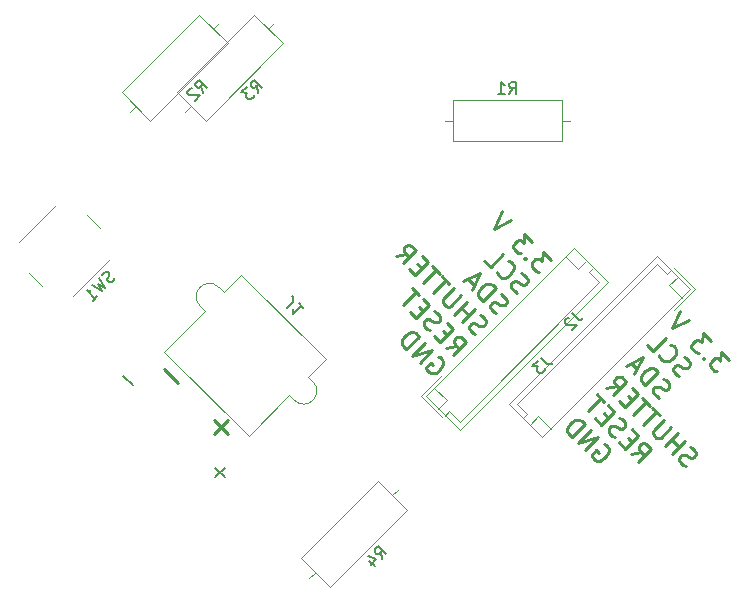
<source format=gbr>
%TF.GenerationSoftware,KiCad,Pcbnew,(6.0.1-0)*%
%TF.CreationDate,2022-09-26T15:58:14+02:00*%
%TF.ProjectId,wifi_camera,77696669-5f63-4616-9d65-72612e6b6963,rev?*%
%TF.SameCoordinates,Original*%
%TF.FileFunction,Legend,Bot*%
%TF.FilePolarity,Positive*%
%FSLAX46Y46*%
G04 Gerber Fmt 4.6, Leading zero omitted, Abs format (unit mm)*
G04 Created by KiCad (PCBNEW (6.0.1-0)) date 2022-09-26 15:58:14*
%MOMM*%
%LPD*%
G01*
G04 APERTURE LIST*
%ADD10C,0.275000*%
%ADD11C,0.150000*%
%ADD12C,0.120000*%
G04 APERTURE END LIST*
D10*
X73386830Y-107034726D02*
X72201585Y-105849480D01*
X72201585Y-107034726D02*
X73386830Y-105849480D01*
X69090315Y-102738211D02*
X67905069Y-101552965D01*
X115765544Y-100742222D02*
X115087058Y-100063736D01*
X115034867Y-100846605D01*
X114878294Y-100690031D01*
X114721720Y-100637840D01*
X114617337Y-100637840D01*
X114460764Y-100690031D01*
X114199808Y-100950987D01*
X114147617Y-101107561D01*
X114147617Y-101211943D01*
X114199808Y-101368517D01*
X114512955Y-101681664D01*
X114669529Y-101733855D01*
X114773911Y-101733855D01*
X113625704Y-100585649D02*
X113521322Y-100585649D01*
X113521322Y-100690031D01*
X113625704Y-100690031D01*
X113625704Y-100585649D01*
X113521322Y-100690031D01*
X114199808Y-99176486D02*
X113521322Y-98498000D01*
X113469131Y-99280868D01*
X113312557Y-99124295D01*
X113155983Y-99072103D01*
X113051601Y-99072103D01*
X112895027Y-99124295D01*
X112634071Y-99385251D01*
X112581880Y-99541824D01*
X112581880Y-99646207D01*
X112634071Y-99802780D01*
X112947219Y-100115928D01*
X113103792Y-100168119D01*
X113208175Y-100168119D01*
X112373115Y-97349793D02*
X110911761Y-98080470D01*
X111642438Y-96619116D01*
X111547972Y-102141469D02*
X111339207Y-102037086D01*
X111078251Y-101776130D01*
X111026060Y-101619557D01*
X111026060Y-101515174D01*
X111078251Y-101358601D01*
X111182634Y-101254218D01*
X111339207Y-101202027D01*
X111443590Y-101202027D01*
X111600163Y-101254218D01*
X111861119Y-101410792D01*
X112017693Y-101462983D01*
X112122075Y-101462983D01*
X112278649Y-101410792D01*
X112383032Y-101306409D01*
X112435223Y-101149836D01*
X112435223Y-101045453D01*
X112383032Y-100888880D01*
X112122075Y-100627924D01*
X111913311Y-100523541D01*
X109877853Y-100366967D02*
X109877853Y-100471350D01*
X109982236Y-100680115D01*
X110086618Y-100784497D01*
X110295383Y-100888880D01*
X110504148Y-100888880D01*
X110660721Y-100836688D01*
X110921678Y-100680115D01*
X111078251Y-100523541D01*
X111234825Y-100262585D01*
X111287016Y-100106011D01*
X111287016Y-99897247D01*
X111182634Y-99688482D01*
X111078251Y-99584099D01*
X110869486Y-99479717D01*
X110765104Y-99479717D01*
X108781838Y-99479717D02*
X109303750Y-100001629D01*
X110399765Y-98905613D01*
X109835578Y-103958245D02*
X109626813Y-103853863D01*
X109365857Y-103592906D01*
X109313666Y-103436333D01*
X109313666Y-103331950D01*
X109365857Y-103175377D01*
X109470240Y-103070994D01*
X109626813Y-103018803D01*
X109731196Y-103018803D01*
X109887770Y-103070994D01*
X110148726Y-103227568D01*
X110305299Y-103279759D01*
X110409682Y-103279759D01*
X110566255Y-103227568D01*
X110670638Y-103123186D01*
X110722829Y-102966612D01*
X110722829Y-102862229D01*
X110670638Y-102705656D01*
X110409682Y-102444700D01*
X110200917Y-102340317D01*
X108687372Y-102914421D02*
X109783387Y-101818405D01*
X109522431Y-101557449D01*
X109313666Y-101453067D01*
X109104901Y-101453067D01*
X108948328Y-101505258D01*
X108687372Y-101661832D01*
X108530798Y-101818405D01*
X108374224Y-102079361D01*
X108322033Y-102235935D01*
X108322033Y-102444700D01*
X108426416Y-102653465D01*
X108687372Y-102914421D01*
X107956695Y-101557449D02*
X107434782Y-101035537D01*
X107747930Y-101974979D02*
X108478607Y-100513625D01*
X107017253Y-101244302D01*
X112089717Y-109741554D02*
X111880952Y-109637171D01*
X111619996Y-109376215D01*
X111567805Y-109219641D01*
X111567805Y-109115259D01*
X111619996Y-108958685D01*
X111724378Y-108854303D01*
X111880952Y-108802112D01*
X111985334Y-108802112D01*
X112141908Y-108854303D01*
X112402864Y-109010877D01*
X112559438Y-109063068D01*
X112663820Y-109063068D01*
X112820394Y-109010877D01*
X112924776Y-108906494D01*
X112976968Y-108749920D01*
X112976968Y-108645538D01*
X112924776Y-108488964D01*
X112663820Y-108228008D01*
X112455055Y-108123626D01*
X110941510Y-108697729D02*
X112037526Y-107601714D01*
X111515614Y-108123626D02*
X110889319Y-107497331D01*
X110315216Y-108071435D02*
X111411231Y-106975419D01*
X110889319Y-106453507D02*
X110002068Y-107340758D01*
X109845495Y-107392949D01*
X109741112Y-107392949D01*
X109584539Y-107340758D01*
X109375774Y-107131993D01*
X109323582Y-106975419D01*
X109323582Y-106871037D01*
X109375774Y-106714463D01*
X110263024Y-105827212D01*
X109897686Y-105461874D02*
X109271391Y-104835579D01*
X108488523Y-106244742D02*
X109584539Y-105148727D01*
X109062626Y-104626814D02*
X108436332Y-104000520D01*
X107653464Y-105409683D02*
X108749479Y-104313667D01*
X107549081Y-104157094D02*
X107183743Y-103791755D01*
X106453066Y-104209285D02*
X106974978Y-104731197D01*
X108070993Y-103635181D01*
X107549081Y-103113269D01*
X105357050Y-103113269D02*
X106244301Y-102956696D01*
X105983345Y-103739564D02*
X107079360Y-102643548D01*
X106661831Y-102226019D01*
X106505257Y-102173827D01*
X106400874Y-102173827D01*
X106244301Y-102226019D01*
X106087727Y-102382592D01*
X106035536Y-102539166D01*
X106035536Y-102643548D01*
X106087727Y-102800122D01*
X106505257Y-103217652D01*
X107454615Y-108740004D02*
X108341866Y-108583430D01*
X108080910Y-109366299D02*
X109176925Y-108270283D01*
X108759395Y-107852753D01*
X108602822Y-107800562D01*
X108498439Y-107800562D01*
X108341866Y-107852753D01*
X108185292Y-108009327D01*
X108133101Y-108165901D01*
X108133101Y-108270283D01*
X108185292Y-108426857D01*
X108602822Y-108844387D01*
X107558997Y-107696180D02*
X107193659Y-107330841D01*
X106462982Y-107748371D02*
X106984894Y-108270283D01*
X108080910Y-107174268D01*
X107558997Y-106652356D01*
X106097643Y-107278650D02*
X105888879Y-107174268D01*
X105627923Y-106913312D01*
X105575731Y-106756738D01*
X105575731Y-106652356D01*
X105627923Y-106495782D01*
X105732305Y-106391399D01*
X105888879Y-106339208D01*
X105993261Y-106339208D01*
X106149835Y-106391399D01*
X106410791Y-106547973D01*
X106567364Y-106600164D01*
X106671747Y-106600164D01*
X106828320Y-106547973D01*
X106932703Y-106443591D01*
X106984894Y-106287017D01*
X106984894Y-106182635D01*
X106932703Y-106026061D01*
X106671747Y-105765105D01*
X106462982Y-105660722D01*
X105523540Y-105660722D02*
X105158202Y-105295384D01*
X104427525Y-105712914D02*
X104949437Y-106234826D01*
X106045452Y-105138810D01*
X105523540Y-104616898D01*
X105210393Y-104303751D02*
X104584098Y-103677456D01*
X103801230Y-105086619D02*
X104897246Y-103990604D01*
X105168118Y-107895028D02*
X105324692Y-107947220D01*
X105481265Y-108103793D01*
X105585648Y-108312558D01*
X105585648Y-108521323D01*
X105533456Y-108677897D01*
X105376883Y-108938853D01*
X105220309Y-109095426D01*
X104959353Y-109252000D01*
X104802779Y-109304191D01*
X104594015Y-109304191D01*
X104385250Y-109199809D01*
X104280867Y-109095426D01*
X104176485Y-108886661D01*
X104176485Y-108782279D01*
X104541823Y-108416941D01*
X104750588Y-108625705D01*
X103602381Y-108416941D02*
X104698397Y-107320925D01*
X102976087Y-107790646D01*
X104072102Y-106694630D01*
X102454175Y-107268734D02*
X103550190Y-106172718D01*
X103289234Y-105911762D01*
X103080469Y-105807380D01*
X102871704Y-105807380D01*
X102715131Y-105859571D01*
X102454175Y-106016145D01*
X102297601Y-106172718D01*
X102141027Y-106433674D01*
X102088836Y-106590248D01*
X102088836Y-106799013D01*
X102193219Y-107007778D01*
X102454175Y-107268734D01*
X100678691Y-92305370D02*
X100000206Y-91626884D01*
X99948014Y-92409752D01*
X99791441Y-92253178D01*
X99634867Y-92200987D01*
X99530485Y-92200987D01*
X99373911Y-92253178D01*
X99112955Y-92514134D01*
X99060764Y-92670708D01*
X99060764Y-92775090D01*
X99112955Y-92931664D01*
X99426102Y-93244811D01*
X99582676Y-93297003D01*
X99687058Y-93297003D01*
X98538852Y-92148796D02*
X98434469Y-92148796D01*
X98434469Y-92253178D01*
X98538852Y-92253178D01*
X98538852Y-92148796D01*
X98434469Y-92253178D01*
X99112955Y-90739633D02*
X98434469Y-90061147D01*
X98382278Y-90844016D01*
X98225704Y-90687442D01*
X98069131Y-90635251D01*
X97964748Y-90635251D01*
X97808175Y-90687442D01*
X97547219Y-90948398D01*
X97495027Y-91104972D01*
X97495027Y-91209354D01*
X97547219Y-91365928D01*
X97860366Y-91679075D01*
X98016940Y-91731266D01*
X98121322Y-91731266D01*
X97286263Y-88912941D02*
X95824909Y-89643618D01*
X96555586Y-88182264D01*
X97818091Y-95061588D02*
X97609326Y-94957205D01*
X97348370Y-94696249D01*
X97296179Y-94539675D01*
X97296179Y-94435293D01*
X97348370Y-94278719D01*
X97452752Y-94174337D01*
X97609326Y-94122146D01*
X97713709Y-94122146D01*
X97870282Y-94174337D01*
X98131238Y-94330911D01*
X98287812Y-94383102D01*
X98392194Y-94383102D01*
X98548768Y-94330911D01*
X98653150Y-94226528D01*
X98705342Y-94069955D01*
X98705342Y-93965572D01*
X98653150Y-93808998D01*
X98392194Y-93548042D01*
X98183429Y-93443660D01*
X96147972Y-93287086D02*
X96147972Y-93391469D01*
X96252355Y-93600234D01*
X96356737Y-93704616D01*
X96565502Y-93808998D01*
X96774267Y-93808998D01*
X96930840Y-93756807D01*
X97191796Y-93600234D01*
X97348370Y-93443660D01*
X97504944Y-93182704D01*
X97557135Y-93026130D01*
X97557135Y-92817365D01*
X97452752Y-92608601D01*
X97348370Y-92504218D01*
X97139605Y-92399836D01*
X97035223Y-92399836D01*
X95051957Y-92399836D02*
X95573869Y-92921748D01*
X96669884Y-91825732D01*
X96053506Y-96826173D02*
X95844741Y-96721790D01*
X95583785Y-96460834D01*
X95531594Y-96304260D01*
X95531594Y-96199878D01*
X95583785Y-96043304D01*
X95688167Y-95938922D01*
X95844741Y-95886731D01*
X95949124Y-95886731D01*
X96105697Y-95938922D01*
X96366653Y-96095496D01*
X96523227Y-96147687D01*
X96627609Y-96147687D01*
X96784183Y-96095496D01*
X96888565Y-95991113D01*
X96940757Y-95834540D01*
X96940757Y-95730157D01*
X96888565Y-95573583D01*
X96627609Y-95312627D01*
X96418844Y-95208245D01*
X94905299Y-95782348D02*
X96001315Y-94686333D01*
X95740359Y-94425377D01*
X95531594Y-94320994D01*
X95322829Y-94320994D01*
X95166255Y-94373186D01*
X94905299Y-94529759D01*
X94748726Y-94686333D01*
X94592152Y-94947289D01*
X94539961Y-95103863D01*
X94539961Y-95312627D01*
X94644343Y-95521392D01*
X94905299Y-95782348D01*
X94174622Y-94425377D02*
X93652710Y-93903465D01*
X93965857Y-94842906D02*
X94696534Y-93381552D01*
X93235180Y-94112229D01*
X94288921Y-98590758D02*
X94080156Y-98486375D01*
X93819200Y-98225419D01*
X93767009Y-98068845D01*
X93767009Y-97964463D01*
X93819200Y-97807889D01*
X93923582Y-97703507D01*
X94080156Y-97651316D01*
X94184539Y-97651316D01*
X94341112Y-97703507D01*
X94602068Y-97860081D01*
X94758642Y-97912272D01*
X94863024Y-97912272D01*
X95019598Y-97860081D01*
X95123980Y-97755698D01*
X95176172Y-97599125D01*
X95176172Y-97494742D01*
X95123980Y-97338168D01*
X94863024Y-97077212D01*
X94654259Y-96972830D01*
X93140714Y-97546933D02*
X94236730Y-96450918D01*
X93714818Y-96972830D02*
X93088523Y-96346535D01*
X92514420Y-96920639D02*
X93610435Y-95824623D01*
X93088523Y-95302711D02*
X92201272Y-96189962D01*
X92044699Y-96242153D01*
X91940316Y-96242153D01*
X91783743Y-96189962D01*
X91574978Y-95981197D01*
X91522787Y-95824623D01*
X91522787Y-95720241D01*
X91574978Y-95563667D01*
X92462228Y-94676417D01*
X92096890Y-94311078D02*
X91470595Y-93684783D01*
X90687727Y-95093946D02*
X91783743Y-93997931D01*
X91261831Y-93476019D02*
X90635536Y-92849724D01*
X89852668Y-94258887D02*
X90948683Y-93162871D01*
X89748285Y-93006298D02*
X89382947Y-92640959D01*
X88652270Y-93058489D02*
X89174182Y-93580401D01*
X90270197Y-92484385D01*
X89748285Y-91962473D01*
X87556254Y-91962473D02*
X88443505Y-91805900D01*
X88182549Y-92588768D02*
X89278564Y-91492752D01*
X88861035Y-91075223D01*
X88704461Y-91023031D01*
X88600079Y-91023031D01*
X88443505Y-91075223D01*
X88286931Y-91231796D01*
X88234740Y-91388370D01*
X88234740Y-91492752D01*
X88286931Y-91649326D01*
X88704461Y-92066856D01*
X91793659Y-99729048D02*
X92680910Y-99572474D01*
X92419954Y-100355343D02*
X93515969Y-99259327D01*
X93098439Y-98841797D01*
X92941866Y-98789606D01*
X92837483Y-98789606D01*
X92680910Y-98841797D01*
X92524336Y-98998371D01*
X92472145Y-99154945D01*
X92472145Y-99259327D01*
X92524336Y-99415901D01*
X92941866Y-99833430D01*
X91898041Y-98685224D02*
X91532703Y-98319885D01*
X90802026Y-98737415D02*
X91323938Y-99259327D01*
X92419954Y-98163312D01*
X91898041Y-97641399D01*
X90436687Y-98267694D02*
X90227923Y-98163312D01*
X89966966Y-97902356D01*
X89914775Y-97745782D01*
X89914775Y-97641399D01*
X89966966Y-97484826D01*
X90071349Y-97380443D01*
X90227923Y-97328252D01*
X90332305Y-97328252D01*
X90488879Y-97380443D01*
X90749835Y-97537017D01*
X90906408Y-97589208D01*
X91010791Y-97589208D01*
X91167364Y-97537017D01*
X91271747Y-97432635D01*
X91323938Y-97276061D01*
X91323938Y-97171679D01*
X91271747Y-97015105D01*
X91010791Y-96754149D01*
X90802026Y-96649766D01*
X89862584Y-96649766D02*
X89497246Y-96284428D01*
X88766569Y-96701958D02*
X89288481Y-97223870D01*
X90384496Y-96127854D01*
X89862584Y-95605942D01*
X89549437Y-95292795D02*
X88923142Y-94666500D01*
X88140274Y-96075663D02*
X89236289Y-94979648D01*
X91125089Y-100502000D02*
X91281663Y-100554191D01*
X91438237Y-100710765D01*
X91542619Y-100919530D01*
X91542619Y-101128295D01*
X91490428Y-101284868D01*
X91333854Y-101545824D01*
X91177281Y-101702398D01*
X90916325Y-101858972D01*
X90759751Y-101911163D01*
X90550986Y-101911163D01*
X90342221Y-101806780D01*
X90237839Y-101702398D01*
X90133456Y-101493633D01*
X90133456Y-101389251D01*
X90498795Y-101023912D01*
X90707560Y-101232677D01*
X89559353Y-101023912D02*
X90655369Y-99927897D01*
X88933058Y-100397618D01*
X90029074Y-99301602D01*
X88411146Y-99875705D02*
X89507162Y-98779690D01*
X89246206Y-98518734D01*
X89037441Y-98414351D01*
X88828676Y-98414351D01*
X88672102Y-98466543D01*
X88411146Y-98623116D01*
X88254573Y-98779690D01*
X88097999Y-99040646D01*
X88045808Y-99197220D01*
X88045808Y-99405984D01*
X88150190Y-99614749D01*
X88411146Y-99875705D01*
D11*
%TO.C,R4*%
X86361063Y-117625360D02*
X86260048Y-117052940D01*
X86765124Y-117221299D02*
X86058018Y-116514192D01*
X85788643Y-116783566D01*
X85754972Y-116884581D01*
X85754972Y-116951925D01*
X85788643Y-117052940D01*
X85889659Y-117153955D01*
X85990674Y-117187627D01*
X86058018Y-117187627D01*
X86159033Y-117153955D01*
X86428407Y-116884581D01*
X85283567Y-117760047D02*
X85754972Y-118231452D01*
X85182552Y-117322314D02*
X85855987Y-117659032D01*
X85418254Y-118096765D01*
%TO.C,R3*%
X75861063Y-78135232D02*
X75760048Y-77562812D01*
X76265124Y-77731171D02*
X75558018Y-77024064D01*
X75288643Y-77293438D01*
X75254972Y-77394453D01*
X75254972Y-77461797D01*
X75288643Y-77562812D01*
X75389659Y-77663827D01*
X75490674Y-77697499D01*
X75558018Y-77697499D01*
X75659033Y-77663827D01*
X75928407Y-77394453D01*
X74918254Y-77663827D02*
X74480521Y-78101560D01*
X74985598Y-78135232D01*
X74884582Y-78236247D01*
X74850911Y-78337263D01*
X74850911Y-78404606D01*
X74884582Y-78505621D01*
X75052941Y-78673980D01*
X75153956Y-78707652D01*
X75221300Y-78707652D01*
X75322315Y-78673980D01*
X75524346Y-78471950D01*
X75558018Y-78370934D01*
X75558018Y-78303591D01*
%TO.C,R2*%
X71191319Y-78135232D02*
X71090304Y-77562812D01*
X71595380Y-77731171D02*
X70888274Y-77024064D01*
X70618899Y-77293438D01*
X70585228Y-77394453D01*
X70585228Y-77461797D01*
X70618899Y-77562812D01*
X70719915Y-77663827D01*
X70820930Y-77697499D01*
X70888274Y-77697499D01*
X70989289Y-77663827D01*
X71258663Y-77394453D01*
X70282182Y-77764843D02*
X70214838Y-77764843D01*
X70113823Y-77798514D01*
X69945464Y-77966873D01*
X69911793Y-78067889D01*
X69911793Y-78135232D01*
X69945464Y-78236247D01*
X70012808Y-78303591D01*
X70147495Y-78370934D01*
X70955617Y-78370934D01*
X70517884Y-78808667D01*
%TO.C,R1*%
X97166666Y-78232380D02*
X97500000Y-77756190D01*
X97738095Y-78232380D02*
X97738095Y-77232380D01*
X97357142Y-77232380D01*
X97261904Y-77280000D01*
X97214285Y-77327619D01*
X97166666Y-77422857D01*
X97166666Y-77565714D01*
X97214285Y-77660952D01*
X97261904Y-77708571D01*
X97357142Y-77756190D01*
X97738095Y-77756190D01*
X96214285Y-78232380D02*
X96785714Y-78232380D01*
X96500000Y-78232380D02*
X96500000Y-77232380D01*
X96595238Y-77375238D01*
X96690476Y-77470476D01*
X96785714Y-77518095D01*
%TO.C,SW1*%
X63734223Y-93848605D02*
X63666880Y-93983292D01*
X63498521Y-94151651D01*
X63397506Y-94185323D01*
X63330162Y-94185323D01*
X63229147Y-94151651D01*
X63161804Y-94084308D01*
X63128132Y-93983292D01*
X63128132Y-93915949D01*
X63161804Y-93814934D01*
X63262819Y-93646575D01*
X63296491Y-93545560D01*
X63296491Y-93478216D01*
X63262819Y-93377201D01*
X63195475Y-93309857D01*
X63094460Y-93276186D01*
X63027117Y-93276186D01*
X62926101Y-93309857D01*
X62757743Y-93478216D01*
X62690399Y-93612903D01*
X62421025Y-93814934D02*
X62959773Y-94690399D01*
X62320010Y-94320010D01*
X62690399Y-94959773D01*
X61814934Y-94421025D01*
X61882277Y-95767895D02*
X62286338Y-95363834D01*
X62084308Y-95565865D02*
X61377201Y-94858758D01*
X61545560Y-94892430D01*
X61680247Y-94892430D01*
X61781262Y-94858758D01*
%TO.C,J1*%
X78317289Y-96361305D02*
X78822365Y-95856229D01*
X78889709Y-95721542D01*
X78889709Y-95586855D01*
X78822365Y-95452168D01*
X78755022Y-95384825D01*
X79731503Y-96361305D02*
X79327442Y-95957244D01*
X79529472Y-96159275D02*
X78822365Y-96866382D01*
X78856037Y-96698023D01*
X78856037Y-96563336D01*
X78822365Y-96462321D01*
X64469782Y-102093921D02*
X65277904Y-102902043D01*
X72247956Y-109872095D02*
X73056078Y-110680217D01*
X73056078Y-109872095D02*
X72247956Y-110680217D01*
%TO.C,J3*%
X99833223Y-100569103D02*
X100338299Y-101074179D01*
X100472986Y-101141523D01*
X100607673Y-101141523D01*
X100742360Y-101074179D01*
X100809703Y-101006836D01*
X99563849Y-100838477D02*
X99126116Y-101276210D01*
X99631192Y-101309882D01*
X99530177Y-101410897D01*
X99496505Y-101511912D01*
X99496505Y-101579256D01*
X99530177Y-101680271D01*
X99698536Y-101848630D01*
X99799551Y-101882301D01*
X99866894Y-101882301D01*
X99967910Y-101848630D01*
X100169940Y-101646599D01*
X100203612Y-101545584D01*
X100203612Y-101478240D01*
%TO.C,J2*%
X102449161Y-96816590D02*
X102954237Y-97321666D01*
X103088924Y-97389010D01*
X103223611Y-97389010D01*
X103358298Y-97321666D01*
X103425641Y-97254323D01*
X102213458Y-97186979D02*
X102146115Y-97186979D01*
X102045100Y-97220651D01*
X101876741Y-97389010D01*
X101843069Y-97490025D01*
X101843069Y-97557369D01*
X101876741Y-97658384D01*
X101944084Y-97725727D01*
X102078771Y-97793071D01*
X102886893Y-97793071D01*
X102449161Y-98230804D01*
D12*
%TO.C,R4*%
X81949390Y-119983057D02*
X79516943Y-117550610D01*
X80245263Y-119254737D02*
X80733167Y-118766833D01*
X87754737Y-111745263D02*
X87266833Y-112233167D01*
X86050610Y-111016943D02*
X88483057Y-113449390D01*
X79516943Y-117550610D02*
X86050610Y-111016943D01*
X88483057Y-113449390D02*
X81949390Y-119983057D01*
%TO.C,R3*%
X77983057Y-73959262D02*
X71449390Y-80492929D01*
X69016943Y-78060482D02*
X75550610Y-71526815D01*
X75550610Y-71526815D02*
X77983057Y-73959262D01*
X77254737Y-72255135D02*
X76766833Y-72743039D01*
X69745263Y-79764609D02*
X70233167Y-79276705D01*
X71449390Y-80492929D02*
X69016943Y-78060482D01*
%TO.C,R2*%
X73313313Y-73959262D02*
X66779646Y-80492929D01*
X64347199Y-78060482D02*
X70880866Y-71526815D01*
X70880866Y-71526815D02*
X73313313Y-73959262D01*
X72584993Y-72255135D02*
X72097089Y-72743039D01*
X65075519Y-79764609D02*
X65563423Y-79276705D01*
X66779646Y-80492929D02*
X64347199Y-78060482D01*
%TO.C,R1*%
X101620000Y-78780000D02*
X101620000Y-82220000D01*
X102310000Y-80500000D02*
X101620000Y-80500000D01*
X91690000Y-80500000D02*
X92380000Y-80500000D01*
X92380000Y-82220000D02*
X92380000Y-78780000D01*
X101620000Y-82220000D02*
X92380000Y-82220000D01*
X92380000Y-78780000D02*
X101620000Y-78780000D01*
%TO.C,SW1*%
X61444544Y-88494797D02*
X62505205Y-89555457D01*
X63389088Y-92207107D02*
X60207108Y-95389088D01*
X57555457Y-94505205D02*
X56494797Y-93444544D01*
X55610913Y-90792894D02*
X58792894Y-87610913D01*
%TO.C,J1*%
X78968502Y-104171805D02*
X78551309Y-103754612D01*
X80538279Y-102602028D02*
X80121086Y-102184835D01*
X78551309Y-103754612D02*
X75086485Y-107219435D01*
X74450089Y-93543990D02*
X72965165Y-95028914D01*
X71395388Y-96598691D02*
X70978195Y-96181498D01*
X72965165Y-95028914D02*
X72547972Y-94611721D01*
X71395388Y-96598691D02*
X67930565Y-100063515D01*
X81606010Y-100699911D02*
X80121086Y-102184835D01*
X75086485Y-107219435D02*
X67930565Y-100063515D01*
X81606010Y-100699911D02*
X74450089Y-93543990D01*
X78968502Y-104171805D02*
G75*
G03*
X80538279Y-102602028I784888J784889D01*
G01*
X72547971Y-94611722D02*
G75*
G03*
X70978195Y-96181498I-784888J-784888D01*
G01*
%TO.C,J3*%
X91167125Y-104904341D02*
X91874232Y-104197234D01*
X103697057Y-92374409D02*
X102989950Y-93081516D01*
X104771859Y-94156318D02*
X103916260Y-93300719D01*
X102636397Y-91313749D02*
X105478966Y-94156318D01*
X91874232Y-104197234D02*
X90813571Y-103136574D01*
X105478966Y-94156318D02*
X92949034Y-106686250D01*
X89682201Y-103843681D02*
X91449968Y-102075914D01*
X92949034Y-105979144D02*
X104771859Y-94156318D01*
X92093435Y-105123544D02*
X92949034Y-105979144D01*
X102989950Y-93081516D02*
X101929290Y-92020856D01*
X91449968Y-105611448D02*
X89682201Y-103843681D01*
X103916260Y-93300719D02*
X104269813Y-92947166D01*
X90106465Y-103843681D02*
X102636397Y-91313749D01*
X91739881Y-105477098D02*
X92093435Y-105123544D01*
X92949034Y-106686250D02*
X90106465Y-103843681D01*
%TO.C,J2*%
X99595480Y-105550033D02*
X100656140Y-106610693D01*
X98669170Y-105330830D02*
X98315617Y-105684383D01*
X111135462Y-93020101D02*
X112903229Y-94787868D01*
X111418305Y-93727208D02*
X110711198Y-94434315D01*
X110491995Y-93508005D02*
X109636396Y-92652405D01*
X99949033Y-107317800D02*
X97106464Y-104475231D01*
X97813571Y-104475231D02*
X98669170Y-105330830D01*
X112478965Y-94787868D02*
X99949033Y-107317800D01*
X109636396Y-91945299D02*
X112478965Y-94787868D01*
X110711198Y-94434315D02*
X111771859Y-95494975D01*
X109636396Y-92652405D02*
X97813571Y-104475231D01*
X112903229Y-94787868D02*
X111135462Y-96555635D01*
X98888373Y-106257140D02*
X99595480Y-105550033D01*
X97106464Y-104475231D02*
X109636396Y-91945299D01*
X110845549Y-93154451D02*
X110491995Y-93508005D01*
%TD*%
M02*

</source>
